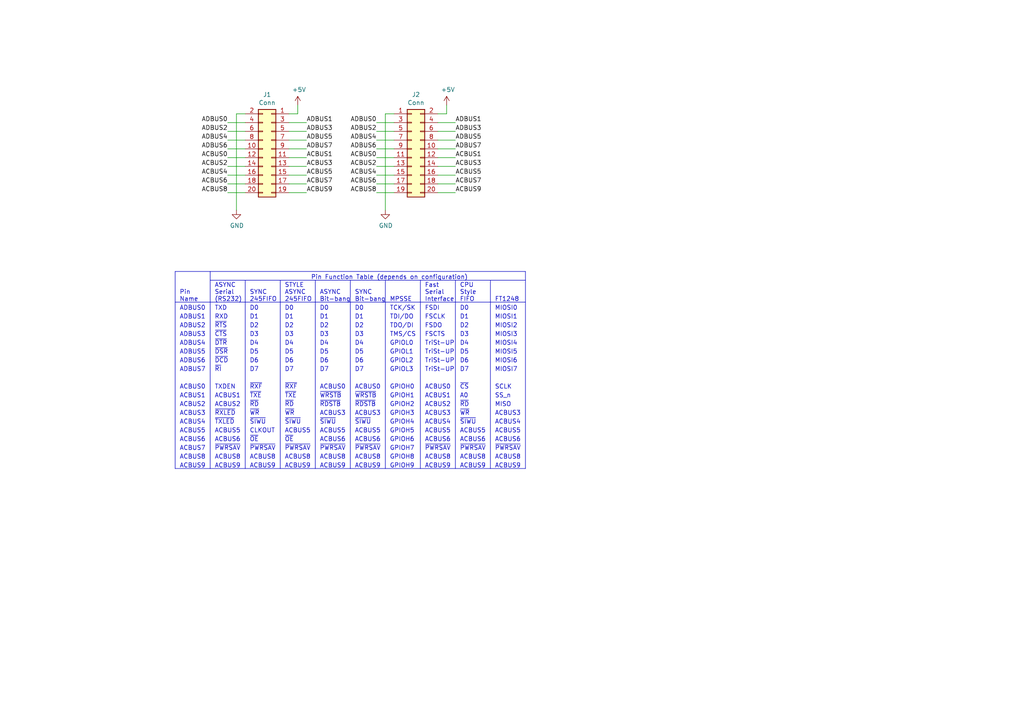
<source format=kicad_sch>
(kicad_sch (version 20230121) (generator eeschema)
  (paper "A4")
  (title_block (title "ftdi 100mil adapter") (rev "V1.0a") (company "1BitSquared") (comment 1 "2018 (C) 1BitSquared <info@1bitsquared.com>") (comment 2 "2018 (C) Piotr Esden-Tempski <piotr@esden.net>") (comment 3 "License: CC-BY-SA 4.0"))
  (lib_symbols
    (symbol "Connector_Generic:Conn_02x10_Odd_Even" (pin_names (offset 1.016) hide)
      (property "Reference" "J" (at 1.27 12.7 0))
      (property "Value" "Conn_02x10_Odd_Even" (at 1.27 -15.24 0))
      (symbol "Conn_02x10_Odd_Even_1_1"
        (rectangle (start -1.27 -12.573) (end 0 -12.827) (stroke (width 0.1524)))
        (rectangle (start -1.27 -10.033) (end 0 -10.287) (stroke (width 0.1524)))
        (rectangle (start -1.27 -7.493) (end 0 -7.747) (stroke (width 0.1524)))
        (rectangle (start -1.27 -4.953) (end 0 -5.207) (stroke (width 0.1524)))
        (rectangle (start -1.27 -2.413) (end 0 -2.667) (stroke (width 0.1524)))
        (rectangle (start -1.27 0.127) (end 0 -0.127) (stroke (width 0.1524)))
        (rectangle (start -1.27 2.667) (end 0 2.413) (stroke (width 0.1524)))
        (rectangle (start -1.27 5.207) (end 0 4.953) (stroke (width 0.1524)))
        (rectangle (start -1.27 7.747) (end 0 7.493) (stroke (width 0.1524)))
        (rectangle (start -1.27 10.287) (end 0 10.033) (stroke (width 0.1524)))
        (rectangle (start -1.27 11.43) (end 3.81 -13.97) (stroke (width 0.254)) (fill (type background)))
        (rectangle (start 3.81 -12.573) (end 2.54 -12.827) (stroke (width 0.1524)))
        (rectangle (start 3.81 -10.033) (end 2.54 -10.287) (stroke (width 0.1524)))
        (rectangle (start 3.81 -7.493) (end 2.54 -7.747) (stroke (width 0.1524)))
        (rectangle (start 3.81 -4.953) (end 2.54 -5.207) (stroke (width 0.1524)))
        (rectangle (start 3.81 -2.413) (end 2.54 -2.667) (stroke (width 0.1524)))
        (rectangle (start 3.81 0.127) (end 2.54 -0.127) (stroke (width 0.1524)))
        (rectangle (start 3.81 2.667) (end 2.54 2.413) (stroke (width 0.1524)))
        (rectangle (start 3.81 5.207) (end 2.54 4.953) (stroke (width 0.1524)))
        (rectangle (start 3.81 7.747) (end 2.54 7.493) (stroke (width 0.1524)))
        (rectangle (start 3.81 10.287) (end 2.54 10.033) (stroke (width 0.1524)))
        (pin passive line (at -5.08 10.16 0) (length 3.81) (name "Pin_1") (number "1"))
        (pin passive line (at 7.62 0 180) (length 3.81) (name "Pin_10") (number "10"))
        (pin passive line (at -5.08 -2.54 0) (length 3.81) (name "Pin_11") (number "11"))
        (pin passive line (at 7.62 -2.54 180) (length 3.81) (name "Pin_12") (number "12"))
        (pin passive line (at -5.08 -5.08 0) (length 3.81) (name "Pin_13") (number "13"))
        (pin passive line (at 7.62 -5.08 180) (length 3.81) (name "Pin_14") (number "14"))
        (pin passive line (at -5.08 -7.62 0) (length 3.81) (name "Pin_15") (number "15"))
        (pin passive line (at 7.62 -7.62 180) (length 3.81) (name "Pin_16") (number "16"))
        (pin passive line (at -5.08 -10.16 0) (length 3.81) (name "Pin_17") (number "17"))
        (pin passive line (at 7.62 -10.16 180) (length 3.81) (name "Pin_18") (number "18"))
        (pin passive line (at -5.08 -12.7 0) (length 3.81) (name "Pin_19") (number "19"))
        (pin passive line (at 7.62 10.16 180) (length 3.81) (name "Pin_2") (number "2"))
        (pin passive line (at 7.62 -12.7 180) (length 3.81) (name "Pin_20") (number "20"))
        (pin passive line (at -5.08 7.62 0) (length 3.81) (name "Pin_3") (number "3"))
        (pin passive line (at 7.62 7.62 180) (length 3.81) (name "Pin_4") (number "4"))
        (pin passive line (at -5.08 5.08 0) (length 3.81) (name "Pin_5") (number "5"))
        (pin passive line (at 7.62 5.08 180) (length 3.81) (name "Pin_6") (number "6"))
        (pin passive line (at -5.08 2.54 0) (length 3.81) (name "Pin_7") (number "7"))
        (pin passive line (at 7.62 2.54 180) (length 3.81) (name "Pin_8") (number "8"))
        (pin passive line (at -5.08 0 0) (length 3.81) (name "Pin_9") (number "9"))
      )
    )
    (symbol "power:+5V" (power) (pin_names (offset 0))
      (property "Value" "+5V" (at 0 3.556 0))
      (symbol "+5V_0_1"
        (polyline (pts (xy -0.762 1.27) (xy 0 2.54)))
        (polyline (pts (xy 0 0) (xy 0 2.54)))
        (polyline (pts (xy 0 2.54) (xy 0.762 1.27)))
      )
      (symbol "+5V_1_1"
        (pin power_in line (at 0 0 90) (length 0) hide (name "+5V") (number "1"))
      )
    )
    (symbol "power:GND" (power) (pin_names (offset 0))
      (property "Value" "GND" (at 0 -3.81 0))
      (symbol "GND_0_1"
        (polyline (pts (xy 0 0) (xy 0 -1.27) (xy 1.27 -1.27) (xy 0 -2.54) (xy -1.27 -1.27) (xy 0 -1.27)))
      )
      (symbol "GND_1_1"
        (pin power_in line (at 0 0 270) (length 0) hide (name "GND") (number "1"))
      )
    )
  )
  (polyline (pts (xy 60.96 81.28) (xy 152.4 81.28)))
  (polyline (pts (xy 101.6 135.89) (xy 101.6 81.28)))
  (wire (pts (xy 83.82 53.34) (xy 88.9 53.34)))
  (wire (pts (xy 114.3 45.72) (xy 109.22 45.72)))
  (wire (pts (xy 83.82 40.64) (xy 88.9 40.64)))
  (polyline (pts (xy 50.8 87.63) (xy 152.4 87.63)))
  (wire (pts (xy 127 48.26) (xy 132.08 48.26)))
  (polyline (pts (xy 111.76 135.89) (xy 111.76 81.28)))
  (wire (pts (xy 71.12 35.56) (xy 66.04 35.56)))
  (wire (pts (xy 114.3 50.8) (xy 109.22 50.8)))
  (wire (pts (xy 127 55.88) (xy 132.08 55.88)))
  (wire (pts (xy 71.12 48.26) (xy 66.04 48.26)))
  (wire (pts (xy 71.12 38.1) (xy 66.04 38.1)))
  (polyline (pts (xy 71.12 135.89) (xy 71.12 81.28)))
  (polyline (pts (xy 60.96 78.74) (xy 60.96 135.89)))
  (wire (pts (xy 68.58 33.02) (xy 68.58 60.96)))
  (wire (pts (xy 114.3 35.56) (xy 109.22 35.56)))
  (wire (pts (xy 114.3 43.18) (xy 109.22 43.18)))
  (wire (pts (xy 114.3 53.34) (xy 109.22 53.34)))
  (wire (pts (xy 127 45.72) (xy 132.08 45.72)))
  (wire (pts (xy 68.58 33.02) (xy 71.12 33.02)))
  (wire (pts (xy 83.82 43.18) (xy 88.9 43.18)))
  (polyline (pts (xy 91.44 135.89) (xy 91.44 81.28)))
  (wire (pts (xy 129.54 33.02) (xy 129.54 30.48)))
  (wire (pts (xy 71.12 53.34) (xy 66.04 53.34)))
  (wire (pts (xy 129.54 33.02) (xy 127 33.02)))
  (wire (pts (xy 114.3 55.88) (xy 109.22 55.88)))
  (wire (pts (xy 71.12 40.64) (xy 66.04 40.64)))
  (wire (pts (xy 111.76 33.02) (xy 114.3 33.02)))
  (wire (pts (xy 83.82 35.56) (xy 88.9 35.56)))
  (wire (pts (xy 83.82 45.72) (xy 88.9 45.72)))
  (polyline (pts (xy 50.8 78.74) (xy 50.8 135.89)))
  (wire (pts (xy 86.36 33.02) (xy 83.82 33.02)))
  (wire (pts (xy 127 43.18) (xy 132.08 43.18)))
  (wire (pts (xy 127 40.64) (xy 132.08 40.64)))
  (wire (pts (xy 83.82 48.26) (xy 88.9 48.26)))
  (wire (pts (xy 71.12 45.72) (xy 66.04 45.72)))
  (polyline (pts (xy 142.24 135.89) (xy 142.24 81.28)))
  (polyline (pts (xy 50.8 78.74) (xy 152.4 78.74)))
  (wire (pts (xy 127 50.8) (xy 132.08 50.8)))
  (wire (pts (xy 111.76 33.02) (xy 111.76 60.96)))
  (wire (pts (xy 71.12 55.88) (xy 66.04 55.88)))
  (polyline (pts (xy 152.4 78.74) (xy 152.4 135.89)))
  (wire (pts (xy 86.36 33.02) (xy 86.36 30.48)))
  (wire (pts (xy 83.82 38.1) (xy 88.9 38.1)))
  (wire (pts (xy 127 53.34) (xy 132.08 53.34)))
  (polyline (pts (xy 132.08 135.89) (xy 132.08 81.28)))
  (polyline (pts (xy 152.4 135.89) (xy 50.8 135.89)))
  (polyline (pts (xy 121.92 135.89) (xy 121.92 81.28)))
  (wire (pts (xy 83.82 50.8) (xy 88.9 50.8)))
  (wire (pts (xy 83.82 55.88) (xy 88.9 55.88)))
  (wire (pts (xy 114.3 40.64) (xy 109.22 40.64)))
  (wire (pts (xy 71.12 43.18) (xy 66.04 43.18)))
  (wire (pts (xy 127 38.1) (xy 132.08 38.1)))
  (wire (pts (xy 114.3 38.1) (xy 109.22 38.1)))
  (wire (pts (xy 114.3 48.26) (xy 109.22 48.26)))
  (wire (pts (xy 71.12 50.8) (xy 66.04 50.8)))
  (polyline (pts (xy 81.28 135.89) (xy 81.28 81.28)))
  (wire (pts (xy 127 35.56) (xy 132.08 35.56)))
  (text "ACBUS6" (at 143.51 128.27 0) (effects (font (size 1.27 1.27)) (justify left bottom)))
  (text "ACBUS3" (at 92.71 120.65 0) (effects (font (size 1.27 1.27)) (justify left bottom)))
  (text "D2" (at 72.39 95.25 0) (effects (font (size 1.27 1.27)) (justify left bottom)))
  (text "GPIOH8" (at 113.03 133.35 0) (effects (font (size 1.27 1.27)) (justify left bottom)))
  (text "SS_n" (at 143.51 115.57 0) (effects (font (size 1.27 1.27)) (justify left bottom)))
  (text "D7" (at 102.87 107.95 0) (effects (font (size 1.27 1.27)) (justify left bottom)))
  (text "GPIOH0" (at 113.03 113.03 0) (effects (font (size 1.27 1.27)) (justify left bottom)))
  (text "D2" (at 92.71 95.25 0) (effects (font (size 1.27 1.27)) (justify left bottom)))
  (text "~{SIWU}" (at 72.39 123.19 0) (effects (font (size 1.27 1.27)) (justify left bottom)))
  (text "ACBUS6" (at 133.35 128.27 0) (effects (font (size 1.27 1.27)) (justify left bottom)))
  (text "~{RDSTB}" (at 102.87 118.11 0) (effects (font (size 1.27 1.27)) (justify left bottom)))
  (text "~{WR}" (at 133.35 120.65 0) (effects (font (size 1.27 1.27)) (justify left bottom)))
  (text "ACBUS5" (at 62.23 125.73 0) (effects (font (size 1.27 1.27)) (justify left bottom)))
  (text "FSDI" (at 123.19 90.17 0) (effects (font (size 1.27 1.27)) (justify left bottom)))
  (text "MIOSI6" (at 143.51 105.41 0) (effects (font (size 1.27 1.27)) (justify left bottom)))
  (text "ACBUS5" (at 143.51 125.73 0) (effects (font (size 1.27 1.27)) (justify left bottom)))
  (text "CLKOUT" (at 72.39 125.73 0) (effects (font (size 1.27 1.27)) (justify left bottom)))
  (text "GPIOH2" (at 113.03 118.11 0) (effects (font (size 1.27 1.27)) (justify left bottom)))
  (text "~{PWRSAV}" (at 133.35 130.81 0) (effects (font (size 1.27 1.27)) (justify left bottom)))
  (text "MIOSI5" (at 143.51 102.87 0) (effects (font (size 1.27 1.27)) (justify left bottom)))
  (text "ACBUS3" (at 52.07 120.65 0) (effects (font (size 1.27 1.27)) (justify left bottom)))
  (text "~{DCD}" (at 62.23 105.41 0) (effects (font (size 1.27 1.27)) (justify left bottom)))
  (text "ACBUS1" (at 62.23 115.57 0) (effects (font (size 1.27 1.27)) (justify left bottom)))
  (text "ADBUS0" (at 52.07 90.17 0) (effects (font (size 1.27 1.27)) (justify left bottom)))
  (text "MIOSI1" (at 143.51 92.71 0) (effects (font (size 1.27 1.27)) (justify left bottom)))
  (text "TDO/DI" (at 113.03 95.25 0) (effects (font (size 1.27 1.27)) (justify left bottom)))
  (text "TXD" (at 62.23 90.17 0) (effects (font (size 1.27 1.27)) (justify left bottom)))
  (text "TriSt-UP" (at 123.19 100.33 0) (effects (font (size 1.27 1.27)) (justify left bottom)))
  (text "D7" (at 133.35 107.95 0) (effects (font (size 1.27 1.27)) (justify left bottom)))
  (text "ACBUS2" (at 62.23 118.11 0) (effects (font (size 1.27 1.27)) (justify left bottom)))
  (text "ACBUS9" (at 133.35 135.89 0) (effects (font (size 1.27 1.27)) (justify left bottom)))
  (text "TriSt-UP" (at 123.19 105.41 0) (effects (font (size 1.27 1.27)) (justify left bottom)))
  (text "~{SIWU}" (at 92.71 123.19 0) (effects (font (size 1.27 1.27)) (justify left bottom)))
  (text "ACBUS5" (at 133.35 125.73 0) (effects (font (size 1.27 1.27)) (justify left bottom)))
  (text "ACBUS0" (at 102.87 113.03 0) (effects (font (size 1.27 1.27)) (justify left bottom)))
  (text "ADBUS3" (at 52.07 97.79 0) (effects (font (size 1.27 1.27)) (justify left bottom)))
  (text "~{RD}" (at 82.55 118.11 0) (effects (font (size 1.27 1.27)) (justify left bottom)))
  (text "D4" (at 72.39 100.33 0) (effects (font (size 1.27 1.27)) (justify left bottom)))
  (text "ACBUS9" (at 143.51 135.89 0) (effects (font (size 1.27 1.27)) (justify left bottom)))
  (text "D0" (at 133.35 90.17 0) (effects (font (size 1.27 1.27)) (justify left bottom)))
  (text "ACBUS5" (at 102.87 125.73 0) (effects (font (size 1.27 1.27)) (justify left bottom)))
  (text "ACBUS6" (at 92.71 128.27 0) (effects (font (size 1.27 1.27)) (justify left bottom)))
  (text "~{RXF}" (at 72.39 113.03 0) (effects (font (size 1.27 1.27)) (justify left bottom)))
  (text "D3" (at 72.39 97.79 0) (effects (font (size 1.27 1.27)) (justify left bottom)))
  (text "~{PWRSAV}" (at 123.19 130.81 0) (effects (font (size 1.27 1.27)) (justify left bottom)))
  (text "Pin Function Table (depends on configuration)" (at 90.17 81.28 0) (effects (font (size 1.27 1.27)) (justify left bottom)))
  (text "~{WR}" (at 72.39 120.65 0) (effects (font (size 1.27 1.27)) (justify left bottom)))
  (text "~{TXE}" (at 82.55 115.57 0) (effects (font (size 1.27 1.27)) (justify left bottom)))
  (text "ACBUS8" (at 92.71 133.35 0) (effects (font (size 1.27 1.27)) (justify left bottom)))
  (text "ACBUS9" (at 62.23 135.89 0) (effects (font (size 1.27 1.27)) (justify left bottom)))
  (text "ACBUS8" (at 123.19 133.35 0) (effects (font (size 1.27 1.27)) (justify left bottom)))
  (text "FSCTS" (at 123.19 97.79 0) (effects (font (size 1.27 1.27)) (justify left bottom)))
  (text "ACBUS8" (at 102.87 133.35 0) (effects (font (size 1.27 1.27)) (justify left bottom)))
  (text "~{CS}" (at 133.35 113.03 0) (effects (font (size 1.27 1.27)) (justify left bottom)))
  (text "D6" (at 92.71 105.41 0) (effects (font (size 1.27 1.27)) (justify left bottom)))
  (text "ACBUS8" (at 62.23 133.35 0) (effects (font (size 1.27 1.27)) (justify left bottom)))
  (text "~{PWRSAV}" (at 102.87 130.81 0) (effects (font (size 1.27 1.27)) (justify left bottom)))
  (text "D1" (at 92.71 92.71 0) (effects (font (size 1.27 1.27)) (justify left bottom)))
  (text "~{RD}" (at 133.35 118.11 0) (effects (font (size 1.27 1.27)) (justify left bottom)))
  (text "~{RXF}" (at 82.55 113.03 0) (effects (font (size 1.27 1.27)) (justify left bottom)))
  (text "~{PWRSAV}" (at 72.39 130.81 0) (effects (font (size 1.27 1.27)) (justify left bottom)))
  (text "GPIOL2" (at 113.03 105.41 0) (effects (font (size 1.27 1.27)) (justify left bottom)))
  (text "CPU\nStyle\nFIFO" (at 133.35 87.63 0) (effects (font (size 1.27 1.27)) (justify left bottom)))
  (text "~{RI}" (at 62.23 107.95 0) (effects (font (size 1.27 1.27)) (justify left bottom)))
  (text "TXDEN" (at 62.23 113.03 0) (effects (font (size 1.27 1.27)) (justify left bottom)))
  (text "ACBUS8" (at 52.07 133.35 0) (effects (font (size 1.27 1.27)) (justify left bottom)))
  (text "~{TXE}" (at 72.39 115.57 0) (effects (font (size 1.27 1.27)) (justify left bottom)))
  (text "ACBUS2" (at 52.07 118.11 0) (effects (font (size 1.27 1.27)) (justify left bottom)))
  (text "ACBUS6" (at 102.87 128.27 0) (effects (font (size 1.27 1.27)) (justify left bottom)))
  (text "D4" (at 133.35 100.33 0) (effects (font (size 1.27 1.27)) (justify left bottom)))
  (text "D5" (at 82.55 102.87 0) (effects (font (size 1.27 1.27)) (justify left bottom)))
  (text "~{WRSTB}" (at 92.71 115.57 0) (effects (font (size 1.27 1.27)) (justify left bottom)))
  (text "~{PWRSAV}" (at 82.55 130.81 0) (effects (font (size 1.27 1.27)) (justify left bottom)))
  (text "ACBUS9" (at 123.19 135.89 0) (effects (font (size 1.27 1.27)) (justify left bottom)))
  (text "TriSt-UP" (at 123.19 107.95 0) (effects (font (size 1.27 1.27)) (justify left bottom)))
  (text "MIOSI3" (at 143.51 97.79 0) (effects (font (size 1.27 1.27)) (justify left bottom)))
  (text "D2" (at 82.55 95.25 0) (effects (font (size 1.27 1.27)) (justify left bottom)))
  (text "D3" (at 82.55 97.79 0) (effects (font (size 1.27 1.27)) (justify left bottom)))
  (text "ACBUS2" (at 123.19 118.11 0) (effects (font (size 1.27 1.27)) (justify left bottom)))
  (text "ACBUS4" (at 123.19 123.19 0) (effects (font (size 1.27 1.27)) (justify left bottom)))
  (text "Pin\nName" (at 52.07 87.63 0) (effects (font (size 1.27 1.27)) (justify left bottom)))
  (text "ACBUS4" (at 52.07 123.19 0) (effects (font (size 1.27 1.27)) (justify left bottom)))
  (text "D0" (at 82.55 90.17 0) (effects (font (size 1.27 1.27)) (justify left bottom)))
  (text "GPIOH9" (at 113.03 135.89 0) (effects (font (size 1.27 1.27)) (justify left bottom)))
  (text "ACBUS3" (at 102.87 120.65 0) (effects (font (size 1.27 1.27)) (justify left bottom)))
  (text "~{RDSTB}" (at 92.71 118.11 0) (effects (font (size 1.27 1.27)) (justify left bottom)))
  (text "FT1248" (at 143.51 87.63 0) (effects (font (size 1.27 1.27)) (justify left bottom)))
  (text "ACBUS5" (at 82.55 125.73 0) (effects (font (size 1.27 1.27)) (justify left bottom)))
  (text "ACBUS4" (at 143.51 123.19 0) (effects (font (size 1.27 1.27)) (justify left bottom)))
  (text "TDI/DO" (at 113.03 92.71 0) (effects (font (size 1.27 1.27)) (justify left bottom)))
  (text "GPIOL0" (at 113.03 100.33 0) (effects (font (size 1.27 1.27)) (justify left bottom)))
  (text "D0" (at 72.39 90.17 0) (effects (font (size 1.27 1.27)) (justify left bottom)))
  (text "ADBUS5" (at 52.07 102.87 0) (effects (font (size 1.27 1.27)) (justify left bottom)))
  (text "ADBUS1" (at 52.07 92.71 0) (effects (font (size 1.27 1.27)) (justify left bottom)))
  (text "ACBUS6" (at 52.07 128.27 0) (effects (font (size 1.27 1.27)) (justify left bottom)))
  (text "ADBUS7" (at 52.07 107.95 0) (effects (font (size 1.27 1.27)) (justify left bottom)))
  (text "~{DTR}" (at 62.23 100.33 0) (effects (font (size 1.27 1.27)) (justify left bottom)))
  (text "ACBUS8" (at 82.55 133.35 0) (effects (font (size 1.27 1.27)) (justify left bottom)))
  (text "ACBUS1" (at 123.19 115.57 0) (effects (font (size 1.27 1.27)) (justify left bottom)))
  (text "~{OE}" (at 72.39 128.27 0) (effects (font (size 1.27 1.27)) (justify left bottom)))
  (text "D2" (at 102.87 95.25 0) (effects (font (size 1.27 1.27)) (justify left bottom)))
  (text "D0" (at 102.87 90.17 0) (effects (font (size 1.27 1.27)) (justify left bottom)))
  (text "ADBUS2" (at 52.07 95.25 0) (effects (font (size 1.27 1.27)) (justify left bottom)))
  (text "ACBUS6" (at 123.19 128.27 0) (effects (font (size 1.27 1.27)) (justify left bottom)))
  (text "D7" (at 82.55 107.95 0) (effects (font (size 1.27 1.27)) (justify left bottom)))
  (text "~{RD}" (at 72.39 118.11 0) (effects (font (size 1.27 1.27)) (justify left bottom)))
  (text "ACBUS9" (at 92.71 135.89 0) (effects (font (size 1.27 1.27)) (justify left bottom)))
  (text "ACBUS3" (at 123.19 120.65 0) (effects (font (size 1.27 1.27)) (justify left bottom)))
  (text "ACBUS6" (at 62.23 128.27 0) (effects (font (size 1.27 1.27)) (justify left bottom)))
  (text "GPIOH5" (at 113.03 125.73 0) (effects (font (size 1.27 1.27)) (justify left bottom)))
  (text "D7" (at 92.71 107.95 0) (effects (font (size 1.27 1.27)) (justify left bottom)))
  (text "D6" (at 82.55 105.41 0) (effects (font (size 1.27 1.27)) (justify left bottom)))
  (text "D3" (at 102.87 97.79 0) (effects (font (size 1.27 1.27)) (justify left bottom)))
  (text "A0" (at 133.35 115.57 0) (effects (font (size 1.27 1.27)) (justify left bottom)))
  (text "~{DSR}" (at 62.23 102.87 0) (effects (font (size 1.27 1.27)) (justify left bottom)))
  (text "~{WR}" (at 82.55 120.65 0) (effects (font (size 1.27 1.27)) (justify left bottom)))
  (text "ACBUS9" (at 52.07 135.89 0) (effects (font (size 1.27 1.27)) (justify left bottom)))
  (text "GPIOH1" (at 113.03 115.57 0) (effects (font (size 1.27 1.27)) (justify left bottom)))
  (text "SYNC\nBit-bang" (at 102.87 87.63 0) (effects (font (size 1.27 1.27)) (justify left bottom)))
  (text "~{RTS}" (at 62.23 95.25 0) (effects (font (size 1.27 1.27)) (justify left bottom)))
  (text "D1" (at 82.55 92.71 0) (effects (font (size 1.27 1.27)) (justify left bottom)))
  (text "D1" (at 102.87 92.71 0) (effects (font (size 1.27 1.27)) (justify left bottom)))
  (text "D4" (at 82.55 100.33 0) (effects (font (size 1.27 1.27)) (justify left bottom)))
  (text "ACBUS3" (at 143.51 120.65 0) (effects (font (size 1.27 1.27)) (justify left bottom)))
  (text "MIOSI7" (at 143.51 107.95 0) (effects (font (size 1.27 1.27)) (justify left bottom)))
  (text "SCLK" (at 143.51 113.03 0) (effects (font (size 1.27 1.27)) (justify left bottom)))
  (text "ACBUS9" (at 82.55 135.89 0) (effects (font (size 1.27 1.27)) (justify left bottom)))
  (text "~{PWRSAV}" (at 143.51 130.81 0) (effects (font (size 1.27 1.27)) (justify left bottom)))
  (text "FSDO" (at 123.19 95.25 0) (effects (font (size 1.27 1.27)) (justify left bottom)))
  (text "SYNC\n245FIFO" (at 72.39 87.63 0) (effects (font (size 1.27 1.27)) (justify left bottom)))
  (text "D5" (at 102.87 102.87 0) (effects (font (size 1.27 1.27)) (justify left bottom)))
  (text "ACBUS1" (at 52.07 115.57 0) (effects (font (size 1.27 1.27)) (justify left bottom)))
  (text "ACBUS0" (at 52.07 113.03 0) (effects (font (size 1.27 1.27)) (justify left bottom)))
  (text "ASYNC\nBit-bang" (at 92.71 87.63 0) (effects (font (size 1.27 1.27)) (justify left bottom)))
  (text "D4" (at 102.87 100.33 0) (effects (font (size 1.27 1.27)) (justify left bottom)))
  (text "D5" (at 92.71 102.87 0) (effects (font (size 1.27 1.27)) (justify left bottom)))
  (text "~{PWRSAV}" (at 92.71 130.81 0) (effects (font (size 1.27 1.27)) (justify left bottom)))
  (text "MPSSE" (at 113.03 87.63 0) (effects (font (size 1.27 1.27)) (justify left bottom)))
  (text "D1" (at 72.39 92.71 0) (effects (font (size 1.27 1.27)) (justify left bottom)))
  (text "MIOSI2" (at 143.51 95.25 0) (effects (font (size 1.27 1.27)) (justify left bottom)))
  (text "~{SIWU}" (at 133.35 123.19 0) (effects (font (size 1.27 1.27)) (justify left bottom)))
  (text "D7" (at 72.39 107.95 0) (effects (font (size 1.27 1.27)) (justify left bottom)))
  (text "D1" (at 133.35 92.71 0) (effects (font (size 1.27 1.27)) (justify left bottom)))
  (text "ACBUS0" (at 123.19 113.03 0) (effects (font (size 1.27 1.27)) (justify left bottom)))
  (text "ACBUS5" (at 52.07 125.73 0) (effects (font (size 1.27 1.27)) (justify left bottom)))
  (text "~{SIWU}" (at 102.87 123.19 0) (effects (font (size 1.27 1.27)) (justify left bottom)))
  (text "~{OE}" (at 82.55 128.27 0) (effects (font (size 1.27 1.27)) (justify left bottom)))
  (text "GPIOH6" (at 113.03 128.27 0) (effects (font (size 1.27 1.27)) (justify left bottom)))
  (text "GPIOL3" (at 113.03 107.95 0) (effects (font (size 1.27 1.27)) (justify left bottom)))
  (text "FSCLK" (at 123.19 92.71 0) (effects (font (size 1.27 1.27)) (justify left bottom)))
  (text "Fast\nSerial\nInterface" (at 123.19 87.63 0) (effects (font (size 1.27 1.27)) (justify left bottom)))
  (text "TMS/CS" (at 113.03 97.79 0) (effects (font (size 1.27 1.27)) (justify left bottom)))
  (text "D0" (at 92.71 90.17 0) (effects (font (size 1.27 1.27)) (justify left bottom)))
  (text "ACBUS5" (at 123.19 125.73 0) (effects (font (size 1.27 1.27)) (justify left bottom)))
  (text "ACBUS8" (at 72.39 133.35 0) (effects (font (size 1.27 1.27)) (justify left bottom)))
  (text "ACBUS8" (at 143.51 133.35 0) (effects (font (size 1.27 1.27)) (justify left bottom)))
  (text "~{PWRSAV}" (at 62.23 130.81 0) (effects (font (size 1.27 1.27)) (justify left bottom)))
  (text "GPIOL1" (at 113.03 102.87 0) (effects (font (size 1.27 1.27)) (justify left bottom)))
  (text "D5" (at 72.39 102.87 0) (effects (font (size 1.27 1.27)) (justify left bottom)))
  (text "MIOSI4" (at 143.51 100.33 0) (effects (font (size 1.27 1.27)) (justify left bottom)))
  (text "ADBUS4" (at 52.07 100.33 0) (effects (font (size 1.27 1.27)) (justify left bottom)))
  (text "~{TXLED}" (at 62.23 123.19 0) (effects (font (size 1.27 1.27)) (justify left bottom)))
  (text "D6" (at 102.87 105.41 0) (effects (font (size 1.27 1.27)) (justify left bottom)))
  (text "STYLE\nASYNC\n245FIFO" (at 82.55 87.63 0) (effects (font (size 1.27 1.27)) (justify left bottom)))
  (text "ACBUS9" (at 72.39 135.89 0) (effects (font (size 1.27 1.27)) (justify left bottom)))
  (text "TriSt-UP" (at 123.19 102.87 0) (effects (font (size 1.27 1.27)) (justify left bottom)))
  (text "D5" (at 133.35 102.87 0) (effects (font (size 1.27 1.27)) (justify left bottom)))
  (text "MIOSI0" (at 143.51 90.17 0) (effects (font (size 1.27 1.27)) (justify left bottom)))
  (text "~{RXLED}" (at 62.23 120.65 0) (effects (font (size 1.27 1.27)) (justify left bottom)))
  (text "D4" (at 92.71 100.33 0) (effects (font (size 1.27 1.27)) (justify left bottom)))
  (text "D6" (at 72.39 105.41 0) (effects (font (size 1.27 1.27)) (justify left bottom)))
  (text "ACBUS7" (at 52.07 130.81 0) (effects (font (size 1.27 1.27)) (justify left bottom)))
  (text "GPIOH3" (at 113.03 120.65 0) (effects (font (size 1.27 1.27)) (justify left bottom)))
  (text "ADBUS6" (at 52.07 105.41 0) (effects (font (size 1.27 1.27)) (justify left bottom)))
  (text "TCK/SK" (at 113.03 90.17 0) (effects (font (size 1.27 1.27)) (justify left bottom)))
  (text "~{SIWU}" (at 82.55 123.19 0) (effects (font (size 1.27 1.27)) (justify left bottom)))
  (text "RXD" (at 62.23 92.71 0) (effects (font (size 1.27 1.27)) (justify left bottom)))
  (text "ACBUS5" (at 92.71 125.73 0) (effects (font (size 1.27 1.27)) (justify left bottom)))
  (text "D2" (at 133.35 95.25 0) (effects (font (size 1.27 1.27)) (justify left bottom)))
  (text "D6" (at 133.35 105.41 0) (effects (font (size 1.27 1.27)) (justify left bottom)))
  (text "GPIOH7" (at 113.03 130.81 0) (effects (font (size 1.27 1.27)) (justify left bottom)))
  (text "ACBUS8" (at 133.35 133.35 0) (effects (font (size 1.27 1.27)) (justify left bottom)))
  (text "GPIOH4" (at 113.03 123.19 0) (effects (font (size 1.27 1.27)) (justify left bottom)))
  (text "ACBUS9" (at 102.87 135.89 0) (effects (font (size 1.27 1.27)) (justify left bottom)))
  (text "~{WRSTB}" (at 102.87 115.57 0) (effects (font (size 1.27 1.27)) (justify left bottom)))
  (text "ASYNC\nSerial\n(RS232)" (at 62.23 87.63 0) (effects (font (size 1.27 1.27)) (justify left bottom)))
  (text "D3" (at 133.35 97.79 0) (effects (font (size 1.27 1.27)) (justify left bottom)))
  (text "MISO" (at 143.51 118.11 0) (effects (font (size 1.27 1.27)) (justify left bottom)))
  (text "D3" (at 92.71 97.79 0) (effects (font (size 1.27 1.27)) (justify left bottom)))
  (text "~{CTS}" (at 62.23 97.79 0) (effects (font (size 1.27 1.27)) (justify left bottom)))
  (text "ACBUS0" (at 92.71 113.03 0) (effects (font (size 1.27 1.27)) (justify left bottom)))
  (label "ADBUS4" (at 109.22 40.64 180))
  (label "ADBUS1" (at 88.9 35.56 0))
  (label "ADBUS5" (at 132.08 40.64 0))
  (label "ACBUS1" (at 88.9 45.72 0))
  (label "ACBUS6" (at 66.04 53.34 180))
  (label "ADBUS3" (at 132.08 38.1 0))
  (label "ACBUS2" (at 66.04 48.26 180))
  (label "ADBUS1" (at 132.08 35.56 0))
  (label "ADBUS7" (at 132.08 43.18 0))
  (label "ACBUS9" (at 88.9 55.88 0))
  (label "ACBUS5" (at 88.9 50.8 0))
  (label "ACBUS7" (at 132.08 53.34 0))
  (label "ADBUS6" (at 66.04 43.18 180))
  (label "ACBUS3" (at 88.9 48.26 0))
  (label "ADBUS0" (at 66.04 35.56 180))
  (label "ADBUS5" (at 88.9 40.64 0))
  (label "ACBUS4" (at 66.04 50.8 180))
  (label "ACBUS4" (at 109.22 50.8 180))
  (label "ACBUS5" (at 132.08 50.8 0))
  (label "ADBUS6" (at 109.22 43.18 180))
  (label "ACBUS1" (at 132.08 45.72 0))
  (label "ACBUS2" (at 109.22 48.26 180))
  (label "ACBUS0" (at 66.04 45.72 180))
  (label "ADBUS2" (at 109.22 38.1 180))
  (label "ADBUS3" (at 88.9 38.1 0))
  (label "ADBUS2" (at 66.04 38.1 180))
  (label "ADBUS4" (at 66.04 40.64 180))
  (label "ADBUS0" (at 109.22 35.56 180))
  (label "ACBUS3" (at 132.08 48.26 0))
  (label "ACBUS6" (at 109.22 53.34 180))
  (label "ADBUS7" (at 88.9 43.18 0))
  (label "ACBUS8" (at 109.22 55.88 180))
  (label "ACBUS9" (at 132.08 55.88 0))
  (label "ACBUS0" (at 109.22 45.72 180))
  (label "ACBUS8" (at 66.04 55.88 180))
  (label "ACBUS7" (at 88.9 53.34 0))
  (symbol (lib_id "Connector_Generic:Conn_02x10_Odd_Even") (at 119.38 43.18 0) (unit 1)
    (property "Reference" "J2" (at 120.65 27.432 0))
    (property "Value" "Conn" (at 120.65 29.7942 0))
    (property "Footprint" "Connector_PinHeader_2.54mm:PinHeader_2x10_P2.54mm_Vertical" (effects hide))
    (property "Key" "conn-th-01in-2-10-hdr-ra" (effects hide))
    (property "Source" "ANY" (effects hide))
  )
  (symbol (lib_id "power:+5V") (at 129.54 30.48 0) (unit 1)
    (property "Reference" "#PWR0103" (effects hide))
    (property "Value" "+5V" (at 129.921 26.0096 0))
  )
  (symbol (lib_id "power:GND") (at 111.76 60.96 0) (unit 1)
    (property "Reference" "#PWR0104" (effects hide))
    (property "Value" "GND" (at 111.887 65.4304 0))
  )
  (symbol (lib_id "Connector_Generic:Conn_02x10_Odd_Even") (at 78.74 43.18 0) (mirror y) (unit 1)
    (property "Reference" "J1" (at 77.47 27.432 0))
    (property "Value" "Conn" (at 77.47 29.7942 0))
    (property "Footprint" "pkl_samtec:FTSH-EDGE-20pin" (effects hide))
    (property "Key" "conn-th-005in-2-10-hdr-ra" (effects hide))
    (property "Source" "ANY" (effects hide))
  )
  (symbol (lib_id "power:+5V") (at 86.36 30.48 0) (unit 1)
    (property "Reference" "#PWR0101" (effects hide))
    (property "Value" "+5V" (at 86.741 26.0096 0))
  )
  (symbol (lib_id "power:GND") (at 68.58 60.96 0) (unit 1)
    (property "Reference" "#PWR0102" (effects hide))
    (property "Value" "GND" (at 68.707 65.4304 0))
  )
)
</source>
